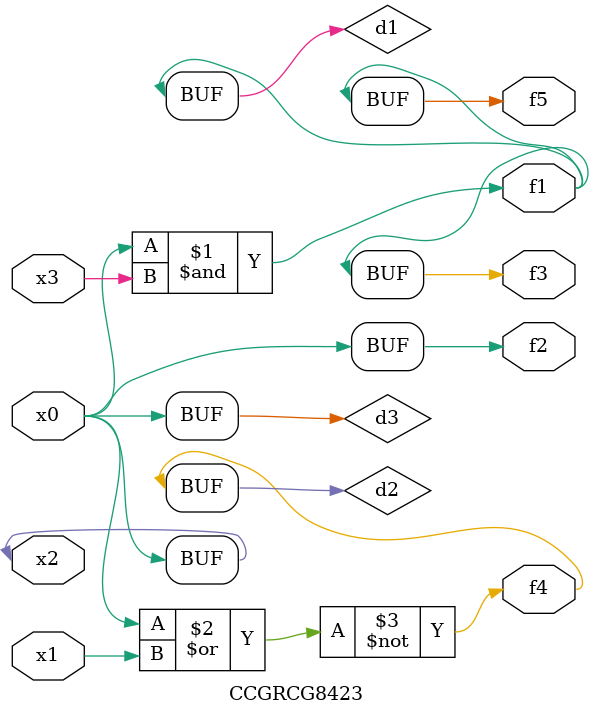
<source format=v>
module CCGRCG8423(
	input x0, x1, x2, x3,
	output f1, f2, f3, f4, f5
);

	wire d1, d2, d3;

	and (d1, x2, x3);
	nor (d2, x0, x1);
	buf (d3, x0, x2);
	assign f1 = d1;
	assign f2 = d3;
	assign f3 = d1;
	assign f4 = d2;
	assign f5 = d1;
endmodule

</source>
